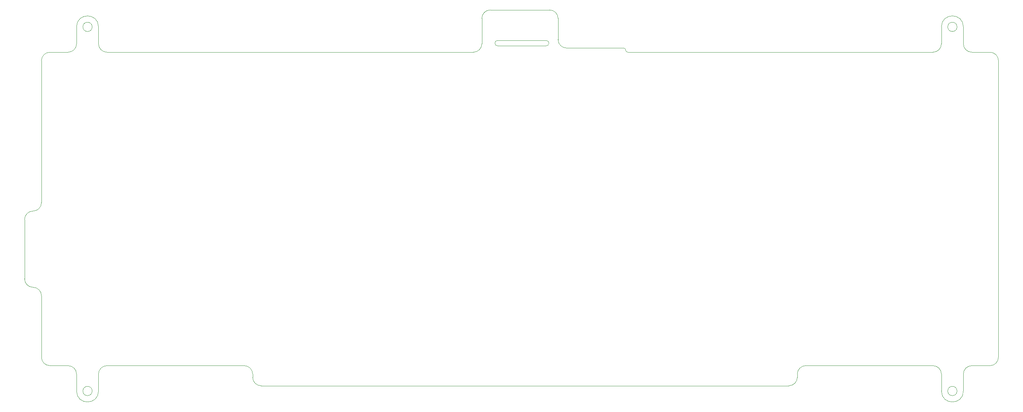
<source format=gm1>
G04 #@! TF.GenerationSoftware,KiCad,Pcbnew,7.0.11-7.0.11~ubuntu22.04.1*
G04 #@! TF.CreationDate,2024-05-14T18:32:03+02:00*
G04 #@! TF.ProjectId,alpha4,616c7068-6134-42e6-9b69-6361645f7063,rev?*
G04 #@! TF.SameCoordinates,Original*
G04 #@! TF.FileFunction,Profile,NP*
%FSLAX46Y46*%
G04 Gerber Fmt 4.6, Leading zero omitted, Abs format (unit mm)*
G04 Created by KiCad (PCBNEW 7.0.11-7.0.11~ubuntu22.04.1) date 2024-05-14 18:32:03*
%MOMM*%
%LPD*%
G01*
G04 APERTURE LIST*
G04 #@! TA.AperFunction,Profile*
%ADD10C,0.100000*%
G04 #@! TD*
G04 #@! TA.AperFunction,Profile*
%ADD11C,0.050000*%
G04 #@! TD*
G04 APERTURE END LIST*
D10*
X239093800Y-102200000D02*
G75*
G03*
X237093750Y-100200000I-2000000J0D01*
G01*
X34306300Y-102200000D02*
G75*
G03*
X32306250Y-100200000I-2000000J0D01*
G01*
X250600000Y-26000000D02*
X246293750Y-26000000D01*
X163825000Y-25000000D02*
X150325000Y-25000000D01*
X206975000Y-100200000D02*
G75*
G03*
X204975000Y-102200000I0J-2000000D01*
G01*
X22000000Y-79650000D02*
G75*
G03*
X24000000Y-81650000I2000000J0D01*
G01*
X34306250Y-20000000D02*
X34306250Y-24000000D01*
X76006200Y-102962500D02*
G75*
G03*
X78006250Y-104962500I2000000J0D01*
G01*
D11*
X134020000Y-23200000D02*
G75*
G03*
X134020000Y-24500000I0J-650000D01*
G01*
D10*
X242793750Y-20000000D02*
G75*
G03*
X240593750Y-20000000I-1100000J0D01*
G01*
X240593750Y-20000000D02*
G75*
G03*
X242793750Y-20000000I1100000J0D01*
G01*
D11*
X145500000Y-24500000D02*
G75*
G03*
X145500000Y-23200000I0J650000D01*
G01*
D10*
X22000000Y-65600000D02*
X22000000Y-79650000D01*
D11*
X134020000Y-23200000D02*
X145500000Y-23200000D01*
D10*
X237093750Y-26000000D02*
X164825000Y-26000000D01*
X146325000Y-15993750D02*
X132275000Y-15993750D01*
X244293750Y-20000000D02*
G75*
G03*
X239093750Y-20000000I-2600000J0D01*
G01*
X128275000Y-26000000D02*
G75*
G03*
X130275000Y-24000000I0J2000000D01*
G01*
X130275000Y-17993750D02*
X130275000Y-24000000D01*
X34306250Y-106200000D02*
G75*
G03*
X39506250Y-106200000I2600000J0D01*
G01*
X39506200Y-24000000D02*
G75*
G03*
X41506250Y-26000000I2000000J0D01*
G01*
X76006300Y-102200000D02*
G75*
G03*
X74006250Y-100200000I-2000000J0D01*
G01*
X252600000Y-98200000D02*
X252600000Y-28000000D01*
X34306250Y-102200000D02*
X34306250Y-106200000D01*
X26000000Y-83650000D02*
X26000000Y-98200000D01*
X38006250Y-20000000D02*
G75*
G03*
X35806250Y-20000000I-1100000J0D01*
G01*
X35806250Y-20000000D02*
G75*
G03*
X38006250Y-20000000I1100000J0D01*
G01*
X38006250Y-106200000D02*
G75*
G03*
X35806250Y-106200000I-1100000J0D01*
G01*
X35806250Y-106200000D02*
G75*
G03*
X38006250Y-106200000I1100000J0D01*
G01*
X148324950Y-17993750D02*
G75*
G03*
X146325000Y-15993750I-1999950J50D01*
G01*
X148325000Y-23000000D02*
X148325000Y-17993750D01*
X202975000Y-104962500D02*
G75*
G03*
X204975000Y-102962500I0J2000000D01*
G01*
X28000000Y-26000000D02*
G75*
G03*
X26000000Y-28000000I0J-2000000D01*
G01*
X244293750Y-24000000D02*
X244293750Y-20000000D01*
X24000000Y-63600000D02*
G75*
G03*
X22000000Y-65600000I0J-2000000D01*
G01*
X76006250Y-102200000D02*
X76006250Y-102962500D01*
X39506250Y-106200000D02*
X39506250Y-102200000D01*
X26000000Y-98200000D02*
G75*
G03*
X28000000Y-100200000I2000000J0D01*
G01*
X41506250Y-100200050D02*
G75*
G03*
X39506250Y-102200000I-50J-1999950D01*
G01*
X239093750Y-102200000D02*
X239093750Y-106200000D01*
X32306250Y-25999950D02*
G75*
G03*
X34306250Y-24000000I50J1999950D01*
G01*
D11*
X145500000Y-24500000D02*
X134020000Y-24500000D01*
D10*
X148325000Y-23000000D02*
G75*
G03*
X150325000Y-25000000I2000000J0D01*
G01*
X164325000Y-25500000D02*
G75*
G03*
X164825000Y-26000000I500000J0D01*
G01*
X39506250Y-24000000D02*
X39506250Y-20000000D01*
X252600000Y-28000000D02*
G75*
G03*
X250600000Y-26000000I-2000000J0D01*
G01*
X128275000Y-26000000D02*
X41506250Y-26000000D01*
X244293700Y-24000000D02*
G75*
G03*
X246293750Y-26000000I2000000J0D01*
G01*
X39506250Y-20000000D02*
G75*
G03*
X34306250Y-20000000I-2600000J0D01*
G01*
X239093750Y-20000000D02*
X239093750Y-24000000D01*
X26000000Y-83650000D02*
G75*
G03*
X24000000Y-81650000I-2000000J0D01*
G01*
X206975000Y-100200000D02*
X237093750Y-100200000D01*
X250600000Y-100200000D02*
G75*
G03*
X252600000Y-98200000I0J2000000D01*
G01*
X32306250Y-26000000D02*
X28000000Y-26000000D01*
X246293750Y-100200000D02*
X250600000Y-100200000D01*
X26000000Y-28000000D02*
X26000000Y-61600000D01*
X244293750Y-106200000D02*
X244293750Y-102200000D01*
X239093750Y-106200000D02*
G75*
G03*
X244293750Y-106200000I2600000J0D01*
G01*
X41506250Y-100200000D02*
X74006250Y-100200000D01*
X164325000Y-25500000D02*
G75*
G03*
X163825000Y-25000000I-500000J0D01*
G01*
X237093750Y-25999950D02*
G75*
G03*
X239093750Y-24000000I50J1999950D01*
G01*
X28000000Y-100200000D02*
X32306250Y-100200000D01*
X24000000Y-63600000D02*
G75*
G03*
X26000000Y-61600000I0J2000000D01*
G01*
X132275000Y-15993700D02*
G75*
G03*
X130275000Y-17993750I0J-2000000D01*
G01*
X204975000Y-102962500D02*
X204975000Y-102200000D01*
X78006250Y-104962500D02*
X202975000Y-104962500D01*
X242793750Y-106200000D02*
G75*
G03*
X240593750Y-106200000I-1100000J0D01*
G01*
X240593750Y-106200000D02*
G75*
G03*
X242793750Y-106200000I1100000J0D01*
G01*
X246293750Y-100200050D02*
G75*
G03*
X244293750Y-102200000I-50J-1999950D01*
G01*
M02*

</source>
